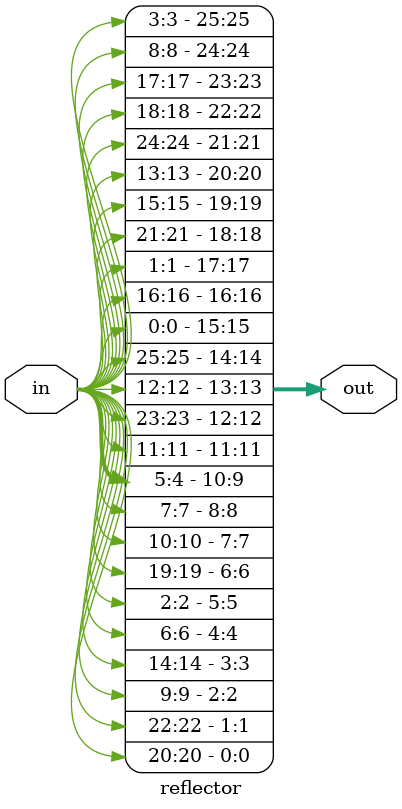
<source format=v>
module reflector(in, out);
    input [25:0] in;
	 output [25:0] out;
	 
	 assign out[0] = in[20];
	 assign out[1] = in[22];
	 assign out[2] = in[9];
	 assign out[3] = in[14];
	 assign out[4] = in[6];
	 assign out[5] = in[2];
	 assign out[6] = in[19];
	 assign out[7] = in[10];
	 assign out[8] = in[7];
	 assign out[9] = in[4];
	 assign out[10] = in[5];
	 assign out[11] = in[11];
	 assign out[12] = in[23];
	 assign out[13] = in[12];
	 assign out[14] = in[25];
	 assign out[15] = in[0];
	 assign out[16] = in[16];
	 assign out[17] = in[1];
	 assign out[18] = in[21];
	 assign out[19] = in[15];
	 assign out[20] = in[13];
	 assign out[21] = in[24];
	 assign out[22] = in[18];
	 assign out[23] = in[17];
	 assign out[24] = in[8];
	 assign out[25] = in[3];

endmodule
</source>
